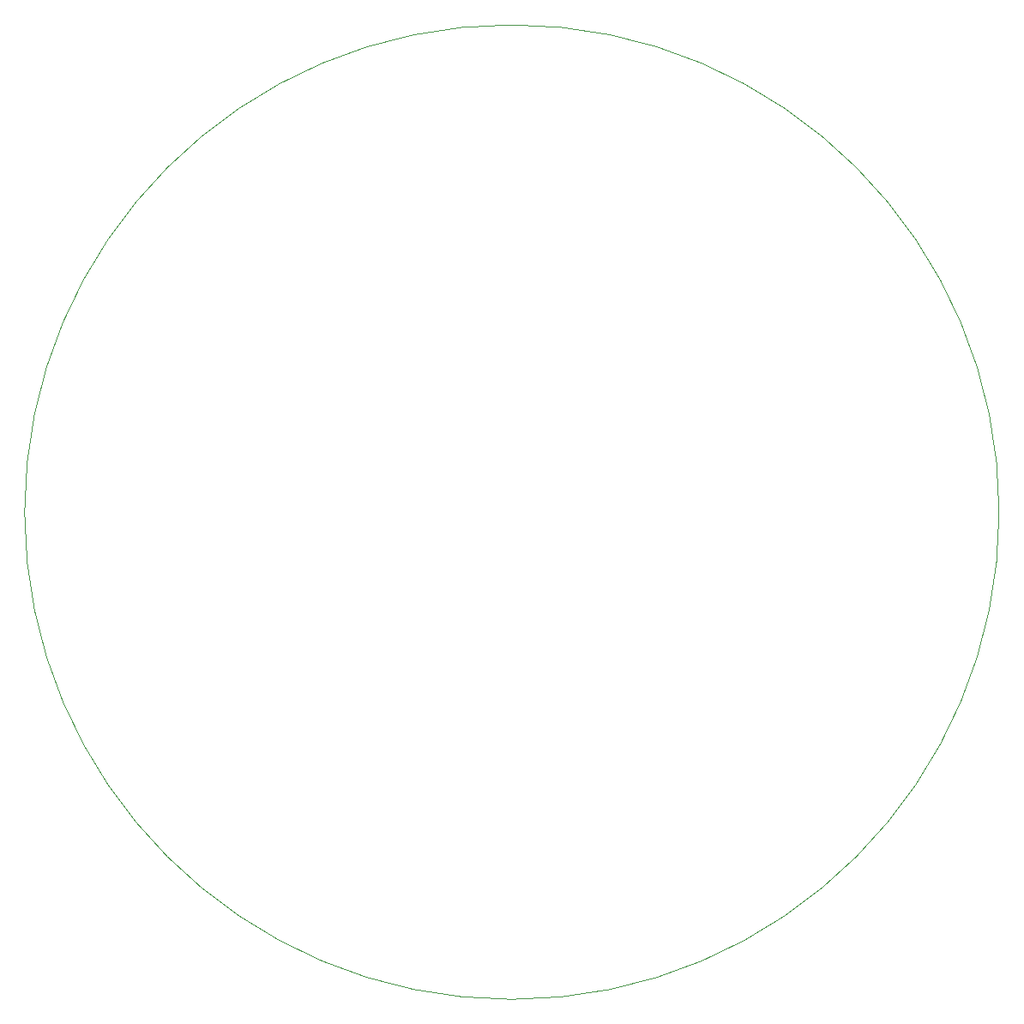
<source format=gbr>
%TF.GenerationSoftware,KiCad,Pcbnew,8.0.6*%
%TF.CreationDate,2025-01-23T19:41:03-07:00*%
%TF.ProjectId,UAM,55414d2e-6b69-4636-9164-5f7063625858,rev?*%
%TF.SameCoordinates,Original*%
%TF.FileFunction,Profile,NP*%
%FSLAX46Y46*%
G04 Gerber Fmt 4.6, Leading zero omitted, Abs format (unit mm)*
G04 Created by KiCad (PCBNEW 8.0.6) date 2025-01-23 19:41:03*
%MOMM*%
%LPD*%
G01*
G04 APERTURE LIST*
%TA.AperFunction,Profile*%
%ADD10C,0.050000*%
%TD*%
G04 APERTURE END LIST*
D10*
X117625844Y-61388752D02*
G75*
G02*
X21422428Y-61388752I-48101708J0D01*
G01*
X21422428Y-61388752D02*
G75*
G02*
X117625844Y-61388752I48101708J0D01*
G01*
M02*

</source>
